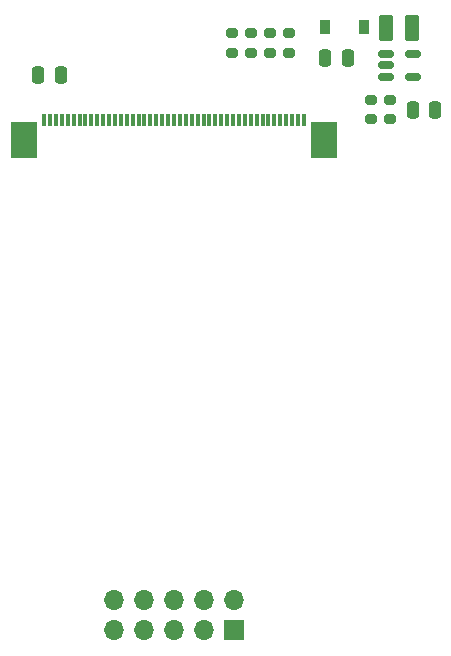
<source format=gbr>
%TF.GenerationSoftware,KiCad,Pcbnew,6.0.5+dfsg-1*%
%TF.CreationDate,2022-06-12T19:51:59+08:00*%
%TF.ProjectId,pcb-backbox,7063622d-6261-4636-9b62-6f782e6b6963,rev?*%
%TF.SameCoordinates,Original*%
%TF.FileFunction,Soldermask,Top*%
%TF.FilePolarity,Negative*%
%FSLAX46Y46*%
G04 Gerber Fmt 4.6, Leading zero omitted, Abs format (unit mm)*
G04 Created by KiCad (PCBNEW 6.0.5+dfsg-1) date 2022-06-12 19:51:59*
%MOMM*%
%LPD*%
G01*
G04 APERTURE LIST*
G04 Aperture macros list*
%AMRoundRect*
0 Rectangle with rounded corners*
0 $1 Rounding radius*
0 $2 $3 $4 $5 $6 $7 $8 $9 X,Y pos of 4 corners*
0 Add a 4 corners polygon primitive as box body*
4,1,4,$2,$3,$4,$5,$6,$7,$8,$9,$2,$3,0*
0 Add four circle primitives for the rounded corners*
1,1,$1+$1,$2,$3*
1,1,$1+$1,$4,$5*
1,1,$1+$1,$6,$7*
1,1,$1+$1,$8,$9*
0 Add four rect primitives between the rounded corners*
20,1,$1+$1,$2,$3,$4,$5,0*
20,1,$1+$1,$4,$5,$6,$7,0*
20,1,$1+$1,$6,$7,$8,$9,0*
20,1,$1+$1,$8,$9,$2,$3,0*%
G04 Aperture macros list end*
%ADD10R,1.700000X1.700000*%
%ADD11O,1.700000X1.700000*%
%ADD12RoundRect,0.200000X-0.275000X0.200000X-0.275000X-0.200000X0.275000X-0.200000X0.275000X0.200000X0*%
%ADD13R,0.300000X1.100000*%
%ADD14R,2.300000X3.100000*%
%ADD15RoundRect,0.200000X0.275000X-0.200000X0.275000X0.200000X-0.275000X0.200000X-0.275000X-0.200000X0*%
%ADD16RoundRect,0.250000X0.250000X0.475000X-0.250000X0.475000X-0.250000X-0.475000X0.250000X-0.475000X0*%
%ADD17RoundRect,0.150000X-0.512500X-0.150000X0.512500X-0.150000X0.512500X0.150000X-0.512500X0.150000X0*%
%ADD18RoundRect,0.250000X-0.250000X-0.475000X0.250000X-0.475000X0.250000X0.475000X-0.250000X0.475000X0*%
%ADD19RoundRect,0.250000X0.375000X0.850000X-0.375000X0.850000X-0.375000X-0.850000X0.375000X-0.850000X0*%
%ADD20R,0.900000X1.200000*%
G04 APERTURE END LIST*
D10*
%TO.C,J1*%
X135630000Y-115590000D03*
D11*
X135630000Y-113050000D03*
X133090000Y-115590000D03*
X133090000Y-113050000D03*
X130550000Y-115590000D03*
X130550000Y-113050000D03*
X128010000Y-115590000D03*
X128010000Y-113050000D03*
X125470000Y-115590000D03*
X125470000Y-113050000D03*
%TD*%
D12*
%TO.C,R5*%
X137050000Y-65025000D03*
X137050000Y-66675000D03*
%TD*%
D13*
%TO.C,LCD1*%
X119550000Y-72400000D03*
X120050000Y-72400000D03*
X120550000Y-72400000D03*
X121050000Y-72400000D03*
X121550000Y-72400000D03*
X122050000Y-72400000D03*
X122550000Y-72400000D03*
X123050000Y-72400000D03*
X123550000Y-72400000D03*
X124050000Y-72400000D03*
X124550000Y-72400000D03*
X125050000Y-72400000D03*
X125550000Y-72400000D03*
X126050000Y-72400000D03*
X126550000Y-72400000D03*
X127050000Y-72400000D03*
X127550000Y-72400000D03*
X128050000Y-72400000D03*
X128550000Y-72400000D03*
X129050000Y-72400000D03*
X129550000Y-72400000D03*
X130050000Y-72400000D03*
X130550000Y-72400000D03*
X131050000Y-72400000D03*
X131550000Y-72400000D03*
X132050000Y-72400000D03*
X132550000Y-72400000D03*
X133050000Y-72400000D03*
X133550000Y-72400000D03*
X134050000Y-72400000D03*
X134550000Y-72400000D03*
X135050000Y-72400000D03*
X135550000Y-72400000D03*
X136050000Y-72400000D03*
X136550000Y-72400000D03*
X137050000Y-72400000D03*
X137550000Y-72400000D03*
X138050000Y-72400000D03*
X138550000Y-72400000D03*
X139050000Y-72400000D03*
X139550000Y-72400000D03*
X140050000Y-72400000D03*
X140550000Y-72400000D03*
X141050000Y-72400000D03*
X141550000Y-72400000D03*
D14*
X143220000Y-74100000D03*
X117880000Y-74100000D03*
%TD*%
D15*
%TO.C,R2*%
X147250000Y-72325000D03*
X147250000Y-70675000D03*
%TD*%
D12*
%TO.C,R6*%
X135450000Y-65025000D03*
X135450000Y-66675000D03*
%TD*%
%TO.C,R4*%
X138650000Y-65050000D03*
X138650000Y-66700000D03*
%TD*%
D16*
%TO.C,C3*%
X120950000Y-68600000D03*
X119050000Y-68600000D03*
%TD*%
D17*
%TO.C,U1*%
X148512500Y-66800000D03*
X148512500Y-67750000D03*
X148512500Y-68700000D03*
X150787500Y-68700000D03*
X150787500Y-66800000D03*
%TD*%
D18*
%TO.C,C2*%
X143350000Y-67125000D03*
X145250000Y-67125000D03*
%TD*%
D12*
%TO.C,R3*%
X140250000Y-65025000D03*
X140250000Y-66675000D03*
%TD*%
D18*
%TO.C,C1*%
X150750000Y-71550000D03*
X152650000Y-71550000D03*
%TD*%
D19*
%TO.C,L1*%
X150675000Y-64600000D03*
X148525000Y-64600000D03*
%TD*%
D12*
%TO.C,R1*%
X148825000Y-70675000D03*
X148825000Y-72325000D03*
%TD*%
D20*
%TO.C,D1*%
X143350000Y-64525000D03*
X146650000Y-64525000D03*
%TD*%
M02*

</source>
